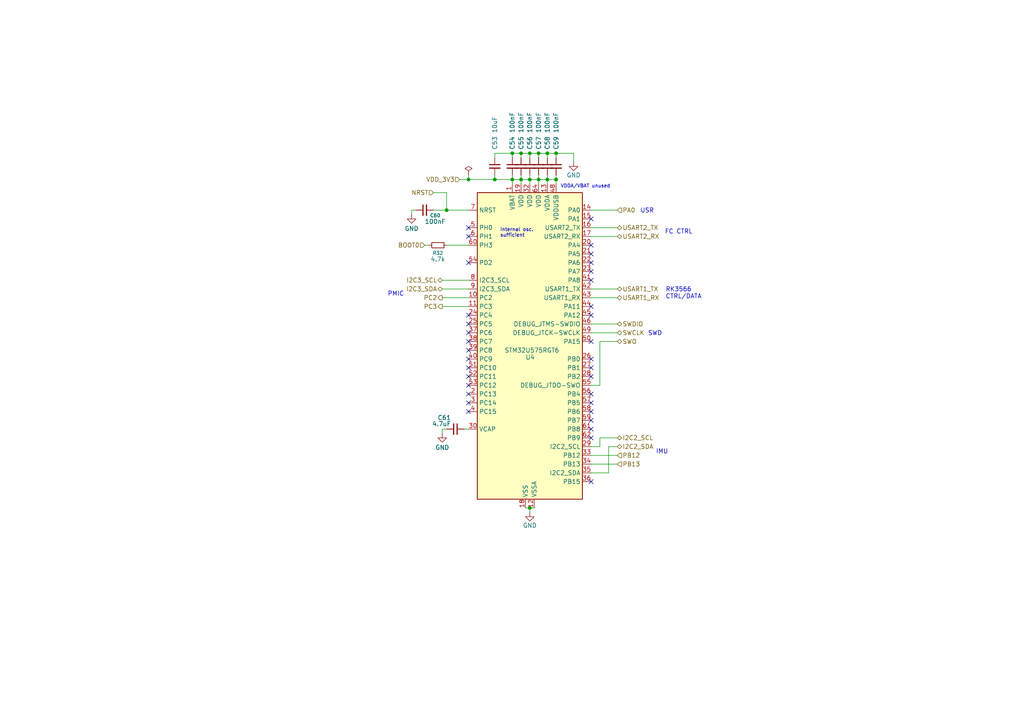
<source format=kicad_sch>
(kicad_sch (version 20250114) (generator "eeschema") (generator_version "9.0")
  (paper "A4")
  (title_block (title "STM32U575RGT6 Microcontroller") (date "2025-11-23") (rev "1.0") (company "UVic Rocketry") (comment 1 "Author: Eric Handley"))
  (lib_symbols
    (symbol "Device:C_Small" (pin_numbers (hide yes)) (pin_names (offset 0.254) (hide yes))
      (property "Reference" "C" (at 0.254 1.778 0))
      (property "Value" "C_Small" (at 0.254 -2.032 0))
      (symbol "C_Small_0_1"
        (polyline (pts (xy -1.524 0.508) (xy 1.524 0.508)) (stroke (width 0.3048)))
        (polyline (pts (xy -1.524 -0.508) (xy 1.524 -0.508)) (stroke (width 0.3302)))
      )
      (symbol "C_Small_1_1"
        (pin passive line (at 0 2.54 270) (length 2.032) (name "~") (number "1"))
        (pin passive line (at 0 -2.54 90) (length 2.032) (name "~") (number "2"))
      )
    )
    (symbol "Device:R_Small" (pin_numbers (hide yes)) (pin_names (offset 0.254) (hide yes))
      (property "Reference" "R" (at 0 0 90))
      (property "Value" "R_Small" (at 1.778 0 90))
      (symbol "R_Small_0_1"
        (rectangle (start -0.762 1.778) (end 0.762 -1.778) (stroke (width 0.2032)))
      )
      (symbol "R_Small_1_1"
        (pin passive line (at 0 2.54 270) (length 0.762) (name "~") (number "1"))
        (pin passive line (at 0 -2.54 90) (length 0.762) (name "~") (number "2"))
      )
    )
    (symbol "MCU_ST_STM32U5:STM32U575RGTx"
      (property "Reference" "U3" (at -1.27 -2.032 0))
      (property "Value" "STM32U575RGT6" (at -7.366 0 0))
      (symbol "STM32U575RGTx_0_1"
        (rectangle (start -15.24 -43.18) (end 15.24 45.72) (stroke (width 0.254)) (fill (type background)))
      )
      (symbol "STM32U575RGTx_1_1"
        (pin input line (at -17.78 40.64 0) (length 2.54) (name "NRST") (number "7"))
        (pin bidirectional line (at -17.78 35.56 0) (length 2.54) (name "PH0") (number "5"))
        (pin bidirectional line (at -17.78 33.02 0) (length 2.54) (name "PH1") (number "6"))
        (pin bidirectional line (at -17.78 30.48 0) (length 2.54) (name "PH3") (number "60"))
        (pin bidirectional line (at -17.78 25.4 0) (length 2.54) (name "PD2") (number "54"))
        (pin bidirectional line (at -17.78 20.32 0) (length 2.54) (name "PC0") (number "8") (alternate "I2C3_SCL" bidirectional line))
        (pin bidirectional line (at -17.78 17.78 0) (length 2.54) (name "PC1") (number "9") (alternate "I2C3_SDA" bidirectional line))
        (pin bidirectional line (at -17.78 15.24 0) (length 2.54) (name "PC2") (number "10"))
        (pin bidirectional line (at -17.78 12.7 0) (length 2.54) (name "PC3") (number "11"))
        (pin bidirectional line (at -17.78 10.16 0) (length 2.54) (name "PC4") (number "24"))
        (pin bidirectional line (at -17.78 7.62 0) (length 2.54) (name "PC5") (number "25"))
        (pin bidirectional line (at -17.78 5.08 0) (length 2.54) (name "PC6") (number "37"))
        (pin bidirectional line (at -17.78 2.54 0) (length 2.54) (name "PC7") (number "38"))
        (pin bidirectional line (at -17.78 0 0) (length 2.54) (name "PC8") (number "39"))
        (pin bidirectional line (at -17.78 -2.54 0) (length 2.54) (name "PC9") (number "40"))
        (pin bidirectional line (at -17.78 -5.08 0) (length 2.54) (name "PC10") (number "51"))
        (pin bidirectional line (at -17.78 -7.62 0) (length 2.54) (name "PC11") (number "52"))
        (pin bidirectional line (at -17.78 -10.16 0) (length 2.54) (name "PC12") (number "53"))
        (pin bidirectional line (at -17.78 -12.7 0) (length 2.54) (name "PC13") (number "2"))
        (pin bidirectional line (at -17.78 -15.24 0) (length 2.54) (name "PC14") (number "3"))
        (pin bidirectional line (at -17.78 -17.78 0) (length 2.54) (name "PC15") (number "4"))
        (pin power_out line (at -17.78 -22.86 0) (length 2.54) (name "VCAP") (number "30"))
        (pin power_in line (at -5.08 48.26 270) (length 2.54) (name "VBAT") (number "1"))
        (pin power_in line (at -2.54 48.26 270) (length 2.54) (name "VDD") (number "19"))
        (pin power_in line (at -1.27 -45.72 90) (length 2.54) (name "VSS") (number "18"))
        (pin power_in line (at 0 48.26 270) (length 2.54) (name "VDD") (number "32"))
        (pin passive line (at 0 -45.72 90) (length 2.54) (hide yes) (name "VSS") (number "31"))
        (pin passive line (at 0 -45.72 90) (length 2.54) (hide yes) (name "VSS") (number "47"))
        (pin passive line (at 0 -45.72 90) (length 2.54) (hide yes) (name "VSS") (number "63"))
        (pin power_in line (at 1.27 -45.72 90) (length 2.54) (name "VSSA") (number "12"))
        (pin power_in line (at 2.54 48.26 270) (length 2.54) (name "VDD") (number "64"))
        (pin power_in line (at 5.08 48.26 270) (length 2.54) (name "VDDA") (number "13"))
        (pin power_in line (at 7.62 48.26 270) (length 2.54) (name "VDDUSB") (number "48"))
        (pin bidirectional line (at 17.78 40.64 180) (length 2.54) (name "PA0") (number "14"))
        (pin bidirectional line (at 17.78 38.1 180) (length 2.54) (name "PA1") (number "15"))
        (pin bidirectional line (at 17.78 35.56 180) (length 2.54) (name "PA2") (number "16") (alternate "USART2_TX" bidirectional line))
        (pin bidirectional line (at 17.78 33.02 180) (length 2.54) (name "PA3") (number "17") (alternate "USART2_RX" bidirectional line))
        (pin bidirectional line (at 17.78 30.48 180) (length 2.54) (name "PA4") (number "20"))
        (pin bidirectional line (at 17.78 27.94 180) (length 2.54) (name "PA5") (number "21"))
        (pin bidirectional line (at 17.78 25.4 180) (length 2.54) (name "PA6") (number "22"))
        (pin bidirectional line (at 17.78 22.86 180) (length 2.54) (name "PA7") (number "23") (alternate "I2C3_SCL" bidirectional line))
        (pin bidirectional line (at 17.78 20.32 180) (length 2.54) (name "PA8") (number "41"))
        (pin bidirectional line (at 17.78 17.78 180) (length 2.54) (name "PA9") (number "42") (alternate "USART1_TX" bidirectional line))
        (pin bidirectional line (at 17.78 15.24 180) (length 2.54) (name "PA10") (number "43") (alternate "USART1_RX" bidirectional line))
        (pin bidirectional line (at 17.78 12.7 180) (length 2.54) (name "PA11") (number "44"))
        (pin bidirectional line (at 17.78 10.16 180) (length 2.54) (name "PA12") (number "45"))
        (pin bidirectional line (at 17.78 7.62 180) (length 2.54) (name "PA13") (number "46") (alternate "DEBUG_JTMS-SWDIO" bidirectional line))
        (pin bidirectional line (at 17.78 5.08 180) (length 2.54) (name "PA14") (number "49") (alternate "DEBUG_JTCK-SWCLK" bidirectional line))
        (pin bidirectional line (at 17.78 2.54 180) (length 2.54) (name "PA15") (number "50") (alternate "USART2_RX" bidirectional line))
        (pin bidirectional line (at 17.78 -2.54 180) (length 2.54) (name "PB0") (number "26"))
        (pin bidirectional line (at 17.78 -5.08 180) (length 2.54) (name "PB1") (number "27"))
        (pin bidirectional line (at 17.78 -7.62 180) (length 2.54) (name "PB2") (number "28"))
        (pin bidirectional line (at 17.78 -10.16 180) (length 2.54) (name "PB3") (number "55") (alternate "DEBUG_JTDO-SWO" bidirectional line))
        (pin bidirectional line (at 17.78 -12.7 180) (length 2.54) (name "PB4") (number "56") (alternate "I2C3_SDA" bidirectional line))
        (pin bidirectional line (at 17.78 -15.24 180) (length 2.54) (name "PB5") (number "57"))
        (pin bidirectional line (at 17.78 -17.78 180) (length 2.54) (name "PB6") (number "58") (alternate "USART1_TX" bidirectional line))
        (pin bidirectional line (at 17.78 -20.32 180) (length 2.54) (name "PB7") (number "59") (alternate "USART1_RX" bidirectional line))
        (pin bidirectional line (at 17.78 -22.86 180) (length 2.54) (name "PB8") (number "61"))
        (pin bidirectional line (at 17.78 -25.4 180) (length 2.54) (name "PB9") (number "62"))
        (pin bidirectional line (at 17.78 -27.94 180) (length 2.54) (name "PB10") (number "29") (alternate "I2C2_SCL" bidirectional line))
        (pin bidirectional line (at 17.78 -30.48 180) (length 2.54) (name "PB12") (number "33"))
        (pin bidirectional line (at 17.78 -33.02 180) (length 2.54) (name "PB13") (number "34") (alternate "I2C2_SCL" bidirectional line))
        (pin bidirectional line (at 17.78 -35.56 180) (length 2.54) (name "PB14") (number "35") (alternate "I2C2_SDA" bidirectional line))
        (pin bidirectional line (at 17.78 -38.1 180) (length 2.54) (name "PB15") (number "36"))
      )
    )
    (symbol "power:GND" (power) (pin_numbers (hide yes)) (pin_names (offset 0) (hide yes))
      (property "Value" "GND" (at 0 -3.81 0))
      (symbol "GND_0_1"
        (polyline (pts (xy 0 0) (xy 0 -1.27) (xy 1.27 -1.27) (xy 0 -2.54) (xy -1.27 -1.27) (xy 0 -1.27)))
      )
      (symbol "GND_1_1"
        (pin power_in line (at 0 0 270) (length 0) (name "~") (number "1"))
      )
    )
    (symbol "power:PWR_FLAG" (power) (pin_numbers (hide yes)) (pin_names (offset 0) (hide yes))
      (property "Value" "PWR_FLAG" (at 0 3.81 0))
      (symbol "PWR_FLAG_0_0"
        (pin power_out line (at 0 0 90) (length 0) (name "~") (number "1"))
      )
      (symbol "PWR_FLAG_0_1"
        (polyline (pts (xy 0 0) (xy 0 1.27) (xy -1.016 1.905) (xy 0 2.54) (xy 1.016 1.905) (xy 0 1.27)))
      )
    )
  )
  (text "IMU" (at 192.024 131.064 0) (effects (font (size 1.27 1.27))))
  (text "USR" (at 187.706 61.214 0) (effects (font (size 1.27 1.27))))
  (text "PMIC\n" (at 114.808 85.344 0) (effects (font (size 1.27 1.27))))
  (text "VDDA/VBAT unused" (at 162.56 54.102 0) (effects (font (size 1 1)) (justify left)))
  (text "Internal osc.\nsufficient" (at 145.034 67.564 0) (effects (font (size 1 1)) (justify left)))
  (text "FC CTRL" (at 196.85 67.31 0) (effects (font (size 1.27 1.27))))
  (text "RK3566 \nCTRL/DATA" (at 193.04 85.09 0) (effects (font (size 1.27 1.27)) (justify left)))
  (text "SWD" (at 189.992 96.774 0) (effects (font (size 1.27 1.27))))
  (junction (at 151.13 44.45))
  (junction (at 158.75 52.07))
  (junction (at 153.67 147.32))
  (junction (at 143.51 52.07))
  (junction (at 151.13 52.07))
  (junction (at 153.67 52.07))
  (junction (at 129.54 60.96))
  (junction (at 148.59 52.07))
  (junction (at 156.21 52.07))
  (junction (at 158.75 44.45))
  (junction (at 148.59 44.45))
  (junction (at 153.67 44.45))
  (junction (at 161.29 52.07))
  (junction (at 161.29 44.45))
  (junction (at 135.89 52.07))
  (junction (at 156.21 44.45))
  (no_connect (at 135.89 114.3))
  (no_connect (at 135.89 104.14))
  (no_connect (at 171.45 88.9))
  (no_connect (at 135.89 101.6))
  (no_connect (at 135.89 111.76))
  (no_connect (at 171.45 91.44))
  (no_connect (at 171.45 71.12))
  (no_connect (at 135.89 99.06))
  (no_connect (at 171.45 81.28))
  (no_connect (at 135.89 106.68))
  (no_connect (at 135.89 76.2))
  (no_connect (at 135.89 93.98))
  (no_connect (at 171.45 99.06))
  (no_connect (at 171.45 63.5))
  (no_connect (at 171.45 139.7))
  (no_connect (at 135.89 119.38))
  (no_connect (at 135.89 91.44))
  (no_connect (at 135.89 96.52))
  (no_connect (at 171.45 124.46))
  (no_connect (at 171.45 109.22))
  (no_connect (at 171.45 76.2))
  (no_connect (at 171.45 114.3))
  (no_connect (at 135.89 68.58))
  (no_connect (at 171.45 78.74))
  (no_connect (at 171.45 119.38))
  (no_connect (at 171.45 73.66))
  (no_connect (at 135.89 109.22))
  (no_connect (at 171.45 116.84))
  (no_connect (at 171.45 106.68))
  (no_connect (at 135.89 66.04))
  (no_connect (at 135.89 116.84))
  (no_connect (at 171.45 127))
  (no_connect (at 171.45 121.92))
  (no_connect (at 171.45 104.14))
  (wire (pts (xy 166.37 44.45) (xy 166.37 46.99)))
  (wire (pts (xy 128.27 86.36) (xy 135.89 86.36)))
  (wire (pts (xy 153.67 44.45) (xy 156.21 44.45)))
  (wire (pts (xy 151.13 50.8) (xy 151.13 52.07)))
  (wire (pts (xy 143.51 45.72) (xy 143.51 44.45)))
  (wire (pts (xy 119.38 60.96) (xy 119.38 62.23)))
  (wire (pts (xy 148.59 45.72) (xy 148.59 44.45)))
  (wire (pts (xy 179.07 66.04) (xy 171.45 66.04)))
  (wire (pts (xy 161.29 44.45) (xy 166.37 44.45)))
  (wire (pts (xy 125.73 60.96) (xy 129.54 60.96)))
  (wire (pts (xy 173.99 127) (xy 173.99 129.54)))
  (wire (pts (xy 128.27 88.9) (xy 135.89 88.9)))
  (wire (pts (xy 119.38 60.96) (xy 120.65 60.96)))
  (wire (pts (xy 179.07 68.58) (xy 171.45 68.58)))
  (wire (pts (xy 129.54 55.88) (xy 129.54 60.96)))
  (wire (pts (xy 156.21 52.07) (xy 156.21 53.34)))
  (wire (pts (xy 176.53 129.54) (xy 179.07 129.54)))
  (wire (pts (xy 148.59 52.07) (xy 151.13 52.07)))
  (wire (pts (xy 151.13 52.07) (xy 151.13 53.34)))
  (wire (pts (xy 151.13 52.07) (xy 153.67 52.07)))
  (wire (pts (xy 143.51 44.45) (xy 148.59 44.45)))
  (wire (pts (xy 128.27 81.28) (xy 135.89 81.28)))
  (wire (pts (xy 158.75 52.07) (xy 158.75 53.34)))
  (wire (pts (xy 171.45 134.62) (xy 179.07 134.62)))
  (wire (pts (xy 171.45 129.54) (xy 173.99 129.54)))
  (wire (pts (xy 156.21 44.45) (xy 156.21 45.72)))
  (wire (pts (xy 129.54 71.12) (xy 135.89 71.12)))
  (wire (pts (xy 158.75 50.8) (xy 158.75 52.07)))
  (wire (pts (xy 171.45 137.16) (xy 176.53 137.16)))
  (wire (pts (xy 148.59 50.8) (xy 148.59 52.07)))
  (wire (pts (xy 171.45 96.52) (xy 179.07 96.52)))
  (wire (pts (xy 179.07 93.98) (xy 171.45 93.98)))
  (wire (pts (xy 148.59 52.07) (xy 148.59 53.34)))
  (wire (pts (xy 153.67 147.32) (xy 153.67 148.59)))
  (wire (pts (xy 153.67 52.07) (xy 156.21 52.07)))
  (wire (pts (xy 143.51 50.8) (xy 143.51 52.07)))
  (wire (pts (xy 161.29 50.8) (xy 161.29 52.07)))
  (wire (pts (xy 173.99 111.76) (xy 171.45 111.76)))
  (wire (pts (xy 153.67 44.45) (xy 153.67 45.72)))
  (wire (pts (xy 158.75 44.45) (xy 158.75 45.72)))
  (wire (pts (xy 153.67 147.32) (xy 154.94 147.32)))
  (wire (pts (xy 158.75 52.07) (xy 161.29 52.07)))
  (wire (pts (xy 148.59 44.45) (xy 151.13 44.45)))
  (wire (pts (xy 151.13 44.45) (xy 153.67 44.45)))
  (wire (pts (xy 133.35 52.07) (xy 135.89 52.07)))
  (wire (pts (xy 173.99 127) (xy 179.07 127)))
  (wire (pts (xy 123.19 71.12) (xy 124.46 71.12)))
  (wire (pts (xy 173.99 99.06) (xy 173.99 111.76)))
  (wire (pts (xy 179.07 86.36) (xy 171.45 86.36)))
  (wire (pts (xy 128.27 125.73) (xy 128.27 124.46)))
  (wire (pts (xy 179.07 99.06) (xy 173.99 99.06)))
  (wire (pts (xy 151.13 44.45) (xy 151.13 45.72)))
  (wire (pts (xy 156.21 44.45) (xy 158.75 44.45)))
  (wire (pts (xy 161.29 44.45) (xy 161.29 45.72)))
  (wire (pts (xy 135.89 52.07) (xy 143.51 52.07)))
  (wire (pts (xy 176.53 137.16) (xy 176.53 129.54)))
  (wire (pts (xy 179.07 83.82) (xy 171.45 83.82)))
  (wire (pts (xy 143.51 52.07) (xy 148.59 52.07)))
  (wire (pts (xy 129.54 60.96) (xy 135.89 60.96)))
  (wire (pts (xy 135.89 50.8) (xy 135.89 52.07)))
  (wire (pts (xy 125.73 55.88) (xy 129.54 55.88)))
  (wire (pts (xy 128.27 124.46) (xy 129.54 124.46)))
  (wire (pts (xy 156.21 50.8) (xy 156.21 52.07)))
  (wire (pts (xy 158.75 44.45) (xy 161.29 44.45)))
  (wire (pts (xy 153.67 50.8) (xy 153.67 52.07)))
  (wire (pts (xy 134.62 124.46) (xy 135.89 124.46)))
  (wire (pts (xy 128.27 83.82) (xy 135.89 83.82)))
  (wire (pts (xy 179.07 60.96) (xy 171.45 60.96)))
  (wire (pts (xy 171.45 132.08) (xy 179.07 132.08)))
  (wire (pts (xy 156.21 52.07) (xy 158.75 52.07)))
  (wire (pts (xy 153.67 52.07) (xy 153.67 53.34)))
  (wire (pts (xy 161.29 52.07) (xy 161.29 53.34)))
  (wire (pts (xy 152.4 147.32) (xy 153.67 147.32)))
  (hierarchical_label "SWDIO" (shape bidirectional) (at 179.07 93.98 0))
  (hierarchical_label "USART1_RX" (shape bidirectional) (at 179.07 86.36 0))
  (hierarchical_label "I2C3_SDA" (shape bidirectional) (at 128.27 83.82 180))
  (hierarchical_label "I2C2_SCL" (shape bidirectional) (at 179.07 127 0))
  (hierarchical_label "VDD_3V3" (shape input) (at 133.35 52.07 180))
  (hierarchical_label "USART1_TX" (shape bidirectional) (at 179.07 83.82 0))
  (hierarchical_label "I2C3_SCL" (shape bidirectional) (at 128.27 81.28 180))
  (hierarchical_label "SWO" (shape bidirectional) (at 179.07 99.06 0))
  (hierarchical_label "PC2" (shape output) (at 128.27 86.36 180))
  (hierarchical_label "USART2_RX" (shape bidirectional) (at 179.07 68.58 0))
  (hierarchical_label "BOOT0" (shape input) (at 123.19 71.12 180))
  (hierarchical_label "PC3" (shape output) (at 128.27 88.9 180))
  (hierarchical_label "PA0" (shape input) (at 179.07 60.96 0))
  (hierarchical_label "USART2_TX" (shape bidirectional) (at 179.07 66.04 0))
  (hierarchical_label "I2C2_SDA" (shape bidirectional) (at 179.07 129.54 0))
  (hierarchical_label "PB13" (shape input) (at 179.07 134.62 0))
  (hierarchical_label "NRST" (shape input) (at 125.73 55.88 180))
  (hierarchical_label "PB12" (shape input) (at 179.07 132.08 0))
  (hierarchical_label "SWCLK" (shape bidirectional) (at 179.07 96.52 0))
  (symbol (lib_id "power:GND") (at 128.27 125.73 0) (unit 1)
    (property "Reference" "#PWR056" (effects (hide yes)))
    (property "Value" "GND" (at 128.27 129.794 0))
    (property "Description" "Power symbol creates a global label with name \"GND\" , ground" (effects (hide yes)))
  )
  (symbol (lib_id "Device:C_Small") (at 156.21 48.26 0) (unit 1)
    (property "Reference" "C57" (at 156.21 43.434 90) (effects (justify left)))
    (property "Value" "100nF" (at 156.21 38.608 90) (effects (justify left)))
    (property "Footprint" "Capacitor_SMD:C_0402_1005Metric" (effects (hide yes)))
    (property "Description" "Unpolarized capacitor, small symbol" (effects (hide yes)))
    (property "LCSC PART NAME" "C1525" (effects (hide yes)))
  )
  (symbol (lib_id "Device:C_Small") (at 153.67 48.26 0) (unit 1)
    (property "Reference" "C56" (at 153.67 43.434 90) (effects (justify left)))
    (property "Value" "100nF" (at 153.67 38.608 90) (effects (justify left)))
    (property "Footprint" "Capacitor_SMD:C_0402_1005Metric" (effects (hide yes)))
    (property "Description" "Unpolarized capacitor, small symbol" (effects (hide yes)))
    (property "LCSC PART NAME" "C1525" (effects (hide yes)))
  )
  (symbol (lib_id "Device:C_Small") (at 123.19 60.96 90) (mirror x) (unit 1)
    (property "Reference" "C60" (at 126.238 62.484 90) (effects (font (size 1 1))))
    (property "Value" "100nF" (at 126.2317 64.262 90))
    (property "Footprint" "Capacitor_SMD:C_0402_1005Metric" (effects (hide yes)))
    (property "Description" "Unpolarized capacitor, small symbol" (effects (hide yes)))
    (property "LCSC PART NAME" "C1525" (effects (hide yes)))
  )
  (symbol (lib_id "Device:C_Small") (at 148.59 48.26 0) (unit 1)
    (property "Reference" "C54" (at 148.59 43.434 90) (effects (justify left)))
    (property "Value" "100nF" (at 148.59 38.608 90) (effects (justify left)))
    (property "Footprint" "Capacitor_SMD:C_0402_1005Metric" (effects (hide yes)))
    (property "Description" "Unpolarized capacitor, small symbol" (effects (hide yes)))
    (property "LCSC PART NAME" "C1525" (effects (hide yes)))
  )
  (symbol (lib_id "power:GND") (at 119.38 62.23 0) (unit 1)
    (property "Reference" "#PWR055" (effects (hide yes)))
    (property "Value" "GND" (at 119.38 66.294 0))
    (property "Description" "Power symbol creates a global label with name \"GND\" , ground" (effects (hide yes)))
  )
  (symbol (lib_id "Device:C_Small") (at 161.29 48.26 0) (unit 1)
    (property "Reference" "C59" (at 161.29 43.434 90) (effects (justify left)))
    (property "Value" "100nF" (at 161.29 38.608 90) (effects (justify left)))
    (property "Footprint" "Capacitor_SMD:C_0402_1005Metric" (effects (hide yes)))
    (property "Description" "Unpolarized capacitor, small symbol" (effects (hide yes)))
    (property "LCSC PART NAME" "C1525" (effects (hide yes)))
  )
  (symbol (lib_id "MCU_ST_STM32U5:STM32U575RGTx") (at 153.67 101.6 0) (unit 1)
    (property "Reference" "U4" (at 152.4 103.632 0) (effects (justify left)))
    (property "Value" "STM32U575RGT6" (at 146.304 101.6 0) (effects (justify left)))
    (property "Footprint" "Package_QFP:LQFP-64_10x10mm_P0.5mm" (effects (hide yes)))
    (property "Datasheet" "https://www.st.com/resource/en/datasheet/stm32u575rg.pdf" (effects (hide yes)))
    (property "Description" "STMicroelectronics Arm Cortex-M33 MCU, 1024KB flash, 786KB RAM, 160 MHz, 1.71-3.6V, 51 GPIO, LQFP64" (effects (hide yes)))
    (pin "46" (alternate "DEBUG_JTMS-SWDIO"))
    (pin "49" (alternate "DEBUG_JTCK-SWCLK"))
    (pin "16" (alternate "USART2_TX"))
    (pin "42" (alternate "USART1_TX"))
    (pin "29" (alternate "I2C2_SCL"))
    (pin "55" (alternate "DEBUG_JTDO-SWO"))
    (pin "17" (alternate "USART2_RX"))
    (pin "35" (alternate "I2C2_SDA"))
    (pin "43" (alternate "USART1_RX"))
    (pin "8" (alternate "I2C3_SCL"))
    (pin "9" (alternate "I2C3_SDA"))
  )
  (symbol (lib_id "Device:C_Small") (at 151.13 48.26 0) (unit 1)
    (property "Reference" "C55" (at 151.13 43.434 90) (effects (justify left)))
    (property "Value" "100nF" (at 151.13 38.608 90) (effects (justify left)))
    (property "Footprint" "Capacitor_SMD:C_0402_1005Metric" (effects (hide yes)))
    (property "Description" "Unpolarized capacitor, small symbol" (effects (hide yes)))
    (property "LCSC PART NAME" "C1525" (effects (hide yes)))
  )
  (symbol (lib_id "Device:C_Small") (at 143.51 48.26 0) (unit 1)
    (property "Reference" "C53" (at 143.51 43.434 90) (effects (justify left)))
    (property "Value" "10uF" (at 143.51 38.608 90) (effects (justify left)))
    (property "Footprint" "Capacitor_SMD:C_0805_2012Metric" (effects (hide yes)))
    (property "Description" "Unpolarized capacitor, small symbol" (effects (hide yes)))
    (property "LCSC PART NAME" "C15850" (effects (hide yes)))
  )
  (symbol (lib_id "Device:C_Small") (at 132.08 124.46 270) (unit 1)
    (property "Reference" "C61" (at 130.81 121.158 90) (effects (justify right)))
    (property "Value" "4.7uF" (at 130.81 122.936 90) (effects (justify right)))
    (property "Footprint" "Capacitor_SMD:C_0805_2012Metric" (effects (hide yes)))
    (property "Description" "Unpolarized capacitor, small symbol" (effects (hide yes)))
    (property "LCSC PART NAME" "C1779" (effects (hide yes)))
  )
  (symbol (lib_id "power:PWR_FLAG") (at 135.89 50.8 0) (unit 1)
    (property "Reference" "#FLG06" (effects (hide yes)))
    (property "Value" "PWR_FLAG" (effects (hide yes)))
    (property "Description" "Special symbol for telling ERC where power comes from" (effects (hide yes)))
  )
  (symbol (lib_id "power:GND") (at 153.67 148.59 0) (unit 1)
    (property "Reference" "#PWR057" (effects (hide yes)))
    (property "Value" "GND" (at 153.67 152.4 0))
    (property "Description" "Power symbol creates a global label with name \"GND\" , ground" (effects (hide yes)))
  )
  (symbol (lib_id "power:GND") (at 166.37 46.99 0) (unit 1)
    (property "Reference" "#PWR054" (effects (hide yes)))
    (property "Value" "GND" (at 166.37 50.8 0))
    (property "Description" "Power symbol creates a global label with name \"GND\" , ground" (effects (hide yes)))
  )
  (symbol (lib_id "Device:R_Small") (at 127 71.12 90) (mirror x) (unit 1)
    (property "Reference" "R32" (at 127 73.406 90) (effects (font (size 1.016 1.016))))
    (property "Value" "4.7k" (at 127 75.184 90))
    (property "Footprint" "Resistor_SMD:R_0402_1005Metric" (effects (hide yes)))
    (property "Description" "Resistor, small symbol" (effects (hide yes)))
    (property "LCSC PART NAME" "C25900" (effects (hide yes)))
  )
  (symbol (lib_id "Device:C_Small") (at 158.75 48.26 0) (unit 1)
    (property "Reference" "C58" (at 158.75 43.434 90) (effects (justify left)))
    (property "Value" "100nF" (at 158.75 38.608 90) (effects (justify left)))
    (property "Footprint" "Capacitor_SMD:C_0402_1005Metric" (effects (hide yes)))
    (property "Description" "Unpolarized capacitor, small symbol" (effects (hide yes)))
    (property "LCSC PART NAME" "C1525" (effects (hide yes)))
  )
)
</source>
